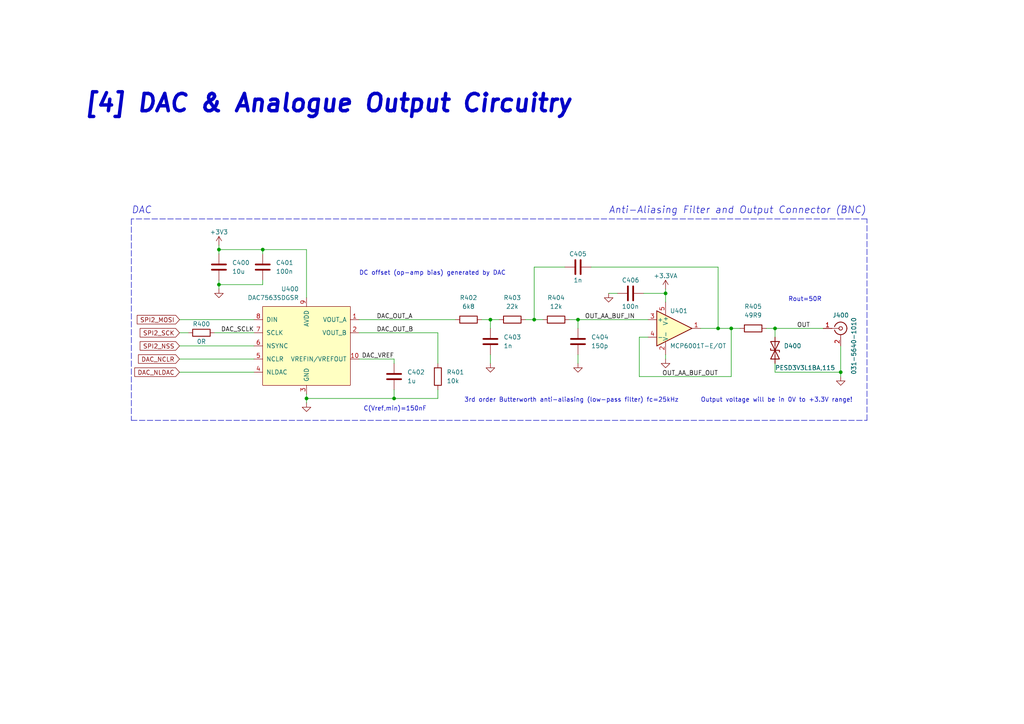
<source format=kicad_sch>
(kicad_sch (version 20230121) (generator eeschema)
  (paper "A4")
  (title_block (title "Proyecto Mixed Signal") (date "2025-01-13") (rev "1.0") (company "Felipe Santisteban") (comment 1 "Fedevel Hardware Course"))
  (lib_symbols
    (symbol "Amplifier_Operational:MCP6001-OT" (pin_names (offset 0.127))
      (property "Reference" "U" (at -1.27 6.35 0))
      (property "Value" "MCP6001-OT" (at -1.27 3.81 0))
      (symbol "MCP6001-OT_0_1"
        (polyline (pts (xy -5.08 5.08) (xy 5.08 0) (xy -5.08 -5.08) (xy -5.08 5.08)) (stroke (width 0.254)) (fill (type background)))
        (pin power_in line (at -2.54 -7.62 90) (length 3.81) (name "V-") (number "2"))
        (pin power_in line (at -2.54 7.62 270) (length 3.81) (name "V+") (number "5"))
      )
      (symbol "MCP6001-OT_1_1"
        (pin output line (at 7.62 0 180) (length 2.54) (name "~") (number "1"))
        (pin input line (at -7.62 2.54 0) (length 2.54) (name "+") (number "3"))
        (pin input line (at -7.62 -2.54 0) (length 2.54) (name "-") (number "4"))
      )
    )
    (symbol "Connector:Conn_Coaxial" (pin_names (offset 1.016) hide)
      (property "Reference" "J" (at 0.254 3.048 0))
      (property "Value" "Conn_Coaxial" (at 2.921 0 90))
      (symbol "Conn_Coaxial_0_1"
        (arc (start -1.778 -0.508) (mid 0.2311 -1.8066) (end 1.778 0) (stroke (width 0.254)))
        (polyline (pts (xy -2.54 0) (xy -0.508 0)))
        (polyline (pts (xy 0 -2.54) (xy 0 -1.778)))
        (circle (center 0 0) (radius 0.508) (stroke (width 0.2032)))
        (arc (start 1.778 0) (mid 0.2099 1.8101) (end -1.778 0.508) (stroke (width 0.254)))
      )
      (symbol "Conn_Coaxial_1_1"
        (pin passive line (at -5.08 0 0) (length 2.54) (name "In") (number "1"))
        (pin passive line (at 0 -5.08 90) (length 2.54) (name "Ext") (number "2"))
      )
    )
    (symbol "Device:C" (pin_numbers hide) (pin_names (offset 0.254))
      (property "Reference" "C" (at 0.635 2.54 0))
      (property "Value" "C" (at 0.635 -2.54 0))
      (symbol "C_0_1"
        (polyline (pts (xy -2.032 -0.762) (xy 2.032 -0.762)) (stroke (width 0.508)))
        (polyline (pts (xy -2.032 0.762) (xy 2.032 0.762)) (stroke (width 0.508)))
      )
      (symbol "C_1_1"
        (pin passive line (at 0 3.81 270) (length 2.794) (name "~") (number "1"))
        (pin passive line (at 0 -3.81 90) (length 2.794) (name "~") (number "2"))
      )
    )
    (symbol "Device:D_TVS" (pin_numbers hide) (pin_names (offset 1.016) hide)
      (property "Reference" "D" (at 0 2.54 0))
      (property "Value" "D_TVS" (at 0 -2.54 0))
      (symbol "D_TVS_0_1"
        (polyline (pts (xy 1.27 0) (xy -1.27 0)))
        (polyline (pts (xy 0.508 1.27) (xy 0 1.27) (xy 0 -1.27) (xy -0.508 -1.27)) (stroke (width 0.254)))
        (polyline (pts (xy -2.54 1.27) (xy -2.54 -1.27) (xy 2.54 1.27) (xy 2.54 -1.27) (xy -2.54 1.27)) (stroke (width 0.254)))
      )
      (symbol "D_TVS_1_1"
        (pin passive line (at -3.81 0 0) (length 2.54) (name "A1") (number "1"))
        (pin passive line (at 3.81 0 180) (length 2.54) (name "A2") (number "2"))
      )
    )
    (symbol "Device:R" (pin_numbers hide) (pin_names (offset 0))
      (property "Reference" "R" (at 2.032 0 90))
      (property "Value" "R" (at 0 0 90))
      (symbol "R_0_1"
        (rectangle (start -1.016 -2.54) (end 1.016 2.54) (stroke (width 0.254)))
      )
      (symbol "R_1_1"
        (pin passive line (at 0 3.81 270) (length 1.27) (name "~") (number "1"))
        (pin passive line (at 0 -3.81 90) (length 1.27) (name "~") (number "2"))
      )
    )
    (symbol "mis_simbolos:DAC7563SDGSR" (pin_names (offset 1.016))
      (property "Reference" "U400" (at -10.16 12.7 0))
      (property "Value" "DAC7563SDGSR" (at 10.16 -12.7 0))
      (symbol "DAC7563SDGSR_0_0"
        (pin output line (at -15.24 7.62 0) (length 2.54) (name "VOUT_A") (number "1"))
        (pin bidirectional line (at -15.24 -3.81 0) (length 2.54) (name "VREFIN/VREFOUT") (number "10"))
        (pin output line (at -15.24 3.81 0) (length 2.54) (name "VOUT_B") (number "2"))
        (pin power_in line (at 0 -13.97 90) (length 2.54) (name "GND") (number "3"))
        (pin input line (at 15.24 -7.62 180) (length 2.54) (name "NLDAC") (number "4"))
        (pin input line (at 15.24 -3.81 180) (length 2.54) (name "NCLR") (number "5"))
        (pin input line (at 15.24 0 180) (length 2.54) (name "NSYNC") (number "6"))
        (pin input line (at 15.24 3.81 180) (length 2.54) (name "SCLK") (number "7"))
        (pin input line (at 15.24 7.62 180) (length 2.54) (name "DIN") (number "8"))
        (pin power_in line (at 0 13.97 270) (length 2.54) (name "AVDD") (number "9"))
      )
      (symbol "DAC7563SDGSR_0_1"
        (rectangle (start -12.7 11.43) (end 12.7 -11.43) (fill (type background)))
      )
    )
    (symbol "power:+3.3VA" (power) (pin_names (offset 0))
      (property "Value" "+3.3VA" (at 0 3.556 0))
      (symbol "+3.3VA_0_1"
        (polyline (pts (xy -0.762 1.27) (xy 0 2.54)))
        (polyline (pts (xy 0 0) (xy 0 2.54)))
        (polyline (pts (xy 0 2.54) (xy 0.762 1.27)))
      )
      (symbol "+3.3VA_1_1"
        (pin power_in line (at 0 0 90) (length 0) hide (name "+3.3VA") (number "1"))
      )
    )
    (symbol "power:+3V3" (power) (pin_names (offset 0))
      (property "Value" "+3V3" (at 0 3.556 0))
      (symbol "+3V3_0_1"
        (polyline (pts (xy -0.762 1.27) (xy 0 2.54)))
        (polyline (pts (xy 0 0) (xy 0 2.54)))
        (polyline (pts (xy 0 2.54) (xy 0.762 1.27)))
      )
      (symbol "+3V3_1_1"
        (pin power_in line (at 0 0 90) (length 0) hide (name "+3V3") (number "1"))
      )
    )
    (symbol "power:GND" (power) (pin_names (offset 0))
      (property "Value" "GND" (at 0 -3.81 0))
      (symbol "GND_0_1"
        (polyline (pts (xy 0 0) (xy 0 -1.27) (xy 1.27 -1.27) (xy 0 -2.54) (xy -1.27 -1.27) (xy 0 -1.27)))
      )
      (symbol "GND_1_1"
        (pin power_in line (at 0 0 270) (length 0) hide (name "GND") (number "1"))
      )
    )
  )
  (junction (at 193.04 85.09))
  (junction (at 88.9 115.57))
  (junction (at 63.5 82.55))
  (junction (at 224.79 95.25))
  (junction (at 208.28 95.25))
  (junction (at 167.64 92.71))
  (junction (at 212.09 95.25))
  (junction (at 63.5 72.39))
  (junction (at 76.2 72.39))
  (junction (at 154.94 92.71))
  (junction (at 114.3 115.57))
  (junction (at 142.24 92.71))
  (junction (at 243.84 107.95))
  (wire (pts (xy 144.78 92.71) (xy 142.24 92.71)))
  (wire (pts (xy 187.96 97.79) (xy 185.42 97.79)))
  (wire (pts (xy 88.9 72.39) (xy 88.9 86.36)))
  (wire (pts (xy 142.24 95.25) (xy 142.24 92.71)))
  (wire (pts (xy 88.9 116.84) (xy 88.9 115.57)))
  (wire (pts (xy 114.3 115.57) (xy 114.3 113.03)))
  (wire (pts (xy 176.53 85.09) (xy 179.07 85.09)))
  (wire (pts (xy 185.42 97.79) (xy 185.42 109.22)))
  (wire (pts (xy 167.64 95.25) (xy 167.64 92.71)))
  (polyline (pts (xy 38.1 63.5) (xy 38.1 121.92)) (stroke (width 0) (type dash)))
  (wire (pts (xy 185.42 109.22) (xy 212.09 109.22)))
  (wire (pts (xy 187.96 92.71) (xy 167.64 92.71)))
  (wire (pts (xy 76.2 72.39) (xy 88.9 72.39)))
  (wire (pts (xy 88.9 115.57) (xy 88.9 114.3)))
  (wire (pts (xy 222.25 95.25) (xy 224.79 95.25)))
  (wire (pts (xy 167.64 102.87) (xy 167.64 105.41)))
  (wire (pts (xy 52.07 92.71) (xy 73.66 92.71)))
  (wire (pts (xy 193.04 85.09) (xy 193.04 83.82)))
  (wire (pts (xy 224.79 107.95) (xy 224.79 105.41)))
  (wire (pts (xy 63.5 82.55) (xy 63.5 81.28)))
  (wire (pts (xy 186.69 85.09) (xy 193.04 85.09)))
  (wire (pts (xy 142.24 102.87) (xy 142.24 105.41)))
  (wire (pts (xy 63.5 83.82) (xy 63.5 82.55)))
  (wire (pts (xy 132.08 92.71) (xy 104.14 92.71)))
  (wire (pts (xy 52.07 104.14) (xy 73.66 104.14)))
  (wire (pts (xy 73.66 96.52) (xy 62.23 96.52)))
  (wire (pts (xy 114.3 115.57) (xy 127 115.57)))
  (wire (pts (xy 63.5 72.39) (xy 63.5 73.66)))
  (wire (pts (xy 88.9 115.57) (xy 114.3 115.57)))
  (wire (pts (xy 52.07 100.33) (xy 73.66 100.33)))
  (wire (pts (xy 52.07 107.95) (xy 73.66 107.95)))
  (wire (pts (xy 167.64 92.71) (xy 165.1 92.71)))
  (wire (pts (xy 208.28 95.25) (xy 203.2 95.25)))
  (wire (pts (xy 224.79 107.95) (xy 243.84 107.95)))
  (polyline (pts (xy 38.1 121.92) (xy 251.46 121.92)) (stroke (width 0) (type dash)))
  (wire (pts (xy 212.09 95.25) (xy 208.28 95.25)))
  (wire (pts (xy 54.61 96.52) (xy 52.07 96.52)))
  (wire (pts (xy 154.94 77.47) (xy 163.83 77.47)))
  (wire (pts (xy 114.3 104.14) (xy 104.14 104.14)))
  (wire (pts (xy 154.94 92.71) (xy 154.94 77.47)))
  (wire (pts (xy 127 105.41) (xy 127 96.52)))
  (wire (pts (xy 214.63 95.25) (xy 212.09 95.25)))
  (wire (pts (xy 208.28 77.47) (xy 208.28 95.25)))
  (wire (pts (xy 127 96.52) (xy 104.14 96.52)))
  (wire (pts (xy 212.09 109.22) (xy 212.09 95.25)))
  (wire (pts (xy 171.45 77.47) (xy 208.28 77.47)))
  (polyline (pts (xy 251.46 121.92) (xy 251.46 63.5)) (stroke (width 0) (type dash)))
  (wire (pts (xy 114.3 105.41) (xy 114.3 104.14)))
  (wire (pts (xy 127 115.57) (xy 127 113.03)))
  (wire (pts (xy 63.5 82.55) (xy 76.2 82.55)))
  (wire (pts (xy 157.48 92.71) (xy 154.94 92.71)))
  (wire (pts (xy 193.04 85.09) (xy 193.04 87.63)))
  (polyline (pts (xy 251.46 63.5) (xy 38.1 63.5)) (stroke (width 0) (type dash)))
  (wire (pts (xy 193.04 104.14) (xy 193.04 102.87)))
  (wire (pts (xy 63.5 71.12) (xy 63.5 72.39)))
  (wire (pts (xy 63.5 72.39) (xy 76.2 72.39)))
  (wire (pts (xy 243.84 107.95) (xy 243.84 109.22)))
  (wire (pts (xy 224.79 95.25) (xy 238.76 95.25)))
  (wire (pts (xy 142.24 92.71) (xy 139.7 92.71)))
  (wire (pts (xy 224.79 97.79) (xy 224.79 95.25)))
  (wire (pts (xy 243.84 100.33) (xy 243.84 107.95)))
  (wire (pts (xy 154.94 92.71) (xy 152.4 92.71)))
  (wire (pts (xy 76.2 72.39) (xy 76.2 73.66)))
  (wire (pts (xy 76.2 82.55) (xy 76.2 81.28)))
  (text "[4] DAC & Analogue Output Circuitry" (at 24.13 33.02 0) (effects (font (size 5.0038 5.0038) (thickness 1.0008) bold italic) (justify left bottom)))
  (text "Anti-Aliasing Filter and Output Connector (BNC)" (at 176.53 62.23 0) (effects (font (size 2.0066 2.0066) italic) (justify left bottom)))
  (text "Rout=50R" (at 228.6 87.63 0) (effects (font (size 1.27 1.27)) (justify left bottom)))
  (text "Output voltage will be in 0V to +3.3V range!" (at 203.2 116.84 0) (effects (font (size 1.27 1.27)) (justify left bottom)))
  (text "DAC" (at 38.1 62.23 0) (effects (font (size 2.0066 2.0066) italic) (justify left bottom)))
  (text "C(Vref,min)=150nF" (at 105.41 119.38 0) (effects (font (size 1.27 1.27)) (justify left bottom)))
  (text "3rd order Butterworth anti-aliasing (low-pass filter) fc=25kHz" (at 134.62 116.84 0) (effects (font (size 1.27 1.27)) (justify left bottom)))
  (text "DC offset (op-amp bias) generated by DAC" (at 104.14 80.01 0) (effects (font (size 1.27 1.27)) (justify left bottom)))
  (label "DAC_OUT_A" (at 109.22 92.71 0))
  (label "DAC_OUT_B" (at 109.22 96.52 0))
  (label "OUT" (at 231.14 95.25 0))
  (label "DAC_VREF" (at 114.3 104.14 180))
  (label "OUT_AA_BUF_OUT" (at 208.28 109.22 180))
  (label "DAC_SCLK" (at 73.66 96.52 180))
  (label "OUT_AA_BUF_IN" (at 184.15 92.71 180))
  (global_label "DAC_NLDAC" (shape input) (at 52.07 107.95 180) (property "Intersheetrefs" "${INTERSHEET_REFS}" (effects hide)))
  (global_label "SPI2_SCK" (shape input) (at 52.07 96.52 180) (property "Intersheetrefs" "${INTERSHEET_REFS}" (effects hide)))
  (global_label "SPI2_MOSI" (shape input) (at 52.07 92.71 180) (property "Intersheetrefs" "${INTERSHEET_REFS}" (effects hide)))
  (global_label "DAC_NCLR" (shape input) (at 52.07 104.14 180) (property "Intersheetrefs" "${INTERSHEET_REFS}" (effects hide)))
  (global_label "SPI2_NSS" (shape input) (at 52.07 100.33 180) (property "Intersheetrefs" "${INTERSHEET_REFS}" (effects hide)))
  (symbol (lib_id "Device:R") (at 58.42 96.52 90) (mirror x) (unit 1)
    (property "Reference" "R400" (at 58.42 93.98 90))
    (property "Value" "0R" (at 58.42 99.06 90))
    (property "Footprint" "Resistor_SMD:R_0402_1005Metric" (effects hide))
  )
  (symbol (lib_id "power:+3V3") (at 63.5 71.12 0) (mirror y) (unit 1)
    (property "Reference" "#PWR060" (effects hide))
    (property "Value" "+3V3" (at 63.5 67.31 0))
  )
  (symbol (lib_id "power:GND") (at 88.9 116.84 0) (mirror y) (unit 1)
    (property "Reference" "#PWR068" (effects hide))
    (property "Value" "GND" (effects hide))
  )
  (symbol (lib_id "Device:C") (at 114.3 109.22 0) (unit 1)
    (property "Reference" "C402" (at 118.11 107.95 0) (effects (justify left)))
    (property "Value" "1u" (at 118.11 110.49 0) (effects (justify left)))
    (property "Footprint" "Capacitor_SMD:C_0603_1608Metric" (effects hide))
  )
  (symbol (lib_id "Device:C") (at 63.5 77.47 0) (unit 1)
    (property "Reference" "C400" (at 67.31 76.2 0) (effects (justify left)))
    (property "Value" "10u" (at 67.31 78.74 0) (effects (justify left)))
    (property "Footprint" "Capacitor_SMD:C_0603_1608Metric" (effects hide))
  )
  (symbol (lib_id "Device:C") (at 76.2 77.47 0) (unit 1)
    (property "Reference" "C401" (at 80.01 76.2 0) (effects (justify left)))
    (property "Value" "100n" (at 80.01 78.74 0) (effects (justify left)))
    (property "Footprint" "Capacitor_SMD:C_0402_1005Metric" (effects hide))
  )
  (symbol (lib_id "power:GND") (at 63.5 83.82 0) (mirror y) (unit 1)
    (property "Reference" "#PWR061" (effects hide))
    (property "Value" "GND" (effects hide))
  )
  (symbol (lib_id "Device:R") (at 127 109.22 0) (unit 1)
    (property "Reference" "R401" (at 129.54 107.95 0) (effects (justify left)))
    (property "Value" "10k" (at 129.54 110.49 0) (effects (justify left)))
    (property "Footprint" "Resistor_SMD:R_0402_1005Metric" (effects hide))
  )
  (symbol (lib_id "Amplifier_Operational:MCP6001-OT") (at 195.58 95.25 0) (unit 1)
    (property "Reference" "U401" (at 194.31 90.17 0) (effects (justify left)))
    (property "Value" "MCP6001T-E/OT" (at 194.31 100.33 0) (effects (justify left)))
    (property "Footprint" "Package_TO_SOT_SMD:SOT-23-5" (effects hide))
    (property "Datasheet" "http://ww1.microchip.com/downloads/en/DeviceDoc/21733j.pdf" (effects hide))
  )
  (symbol (lib_id "Device:C") (at 182.88 85.09 270) (unit 1)
    (property "Reference" "C406" (at 180.34 81.28 90) (effects (justify left)))
    (property "Value" "100n" (at 180.34 88.9 90) (effects (justify left)))
    (property "Footprint" "Capacitor_SMD:C_0402_1005Metric" (effects hide))
  )
  (symbol (lib_id "power:GND") (at 193.04 104.14 0) (unit 1)
    (property "Reference" "#PWR064" (effects hide))
    (property "Value" "GND" (effects hide))
  )
  (symbol (lib_id "power:GND") (at 176.53 85.09 0) (unit 1)
    (property "Reference" "#PWR063" (effects hide))
    (property "Value" "GND" (effects hide))
  )
  (symbol (lib_id "Device:R") (at 135.89 92.71 270) (unit 1)
    (property "Reference" "R402" (at 135.89 86.36 90))
    (property "Value" "6k8" (at 135.89 88.9 90))
    (property "Footprint" "Resistor_SMD:R_0402_1005Metric" (effects hide))
  )
  (symbol (lib_id "Device:C") (at 142.24 99.06 0) (unit 1)
    (property "Reference" "C403" (at 146.05 97.79 0) (effects (justify left)))
    (property "Value" "1n" (at 146.05 100.33 0) (effects (justify left)))
    (property "Footprint" "Capacitor_SMD:C_0402_1005Metric" (effects hide))
  )
  (symbol (lib_id "Device:R") (at 148.59 92.71 270) (unit 1)
    (property "Reference" "R403" (at 148.59 86.36 90))
    (property "Value" "22k" (at 148.59 88.9 90))
    (property "Footprint" "Resistor_SMD:R_0402_1005Metric" (effects hide))
  )
  (symbol (lib_id "power:GND") (at 142.24 105.41 0) (unit 1)
    (property "Reference" "#PWR065" (effects hide))
    (property "Value" "GND" (effects hide))
  )
  (symbol (lib_id "Device:R") (at 161.29 92.71 270) (unit 1)
    (property "Reference" "R404" (at 161.29 86.36 90))
    (property "Value" "12k" (at 161.29 88.9 90))
    (property "Footprint" "Resistor_SMD:R_0402_1005Metric" (effects hide))
  )
  (symbol (lib_id "Device:C") (at 167.64 99.06 0) (unit 1)
    (property "Reference" "C404" (at 171.45 97.79 0) (effects (justify left)))
    (property "Value" "150p" (at 171.45 100.33 0) (effects (justify left)))
    (property "Footprint" "Capacitor_SMD:C_0402_1005Metric" (effects hide))
  )
  (symbol (lib_id "Device:R") (at 218.44 95.25 270) (unit 1)
    (property "Reference" "R405" (at 218.44 88.9 90))
    (property "Value" "49R9" (at 218.44 91.44 90))
    (property "Footprint" "Resistor_SMD:R_0402_1005Metric" (effects hide))
  )
  (symbol (lib_id "power:GND") (at 167.64 105.41 0) (unit 1)
    (property "Reference" "#PWR066" (effects hide))
    (property "Value" "GND" (effects hide))
  )
  (symbol (lib_id "power:+3.3VA") (at 193.04 83.82 0) (unit 1)
    (property "Reference" "#PWR062" (effects hide))
    (property "Value" "+3.3VA" (at 193.04 80.01 0))
  )
  (symbol (lib_id "Device:D_TVS") (at 224.79 101.6 270) (unit 1)
    (property "Reference" "D400" (at 227.33 100.33 90) (effects (justify left)))
    (property "Value" "PESD3V3L1BA,115" (at 224.79 106.68 90) (effects (justify left)))
    (property "Footprint" "Diode_SMD:D_SOD-323" (effects hide))
  )
  (symbol (lib_id "Connector:Conn_Coaxial") (at 243.84 95.25 0) (unit 1)
    (property "Reference" "J400" (at 243.84 91.44 0))
    (property "Value" "031-5640-1010" (at 247.65 100.33 90))
    (property "Footprint" "mis footprints:AMPHENOL-BNC-031-5640-1010" (effects hide))
    (property "Datasheet" " ~" (effects hide))
  )
  (symbol (lib_id "power:GND") (at 243.84 109.22 0) (unit 1)
    (property "Reference" "#PWR067" (effects hide))
    (property "Value" "GND" (effects hide))
  )
  (symbol (lib_id "Device:C") (at 167.64 77.47 90) (unit 1)
    (property "Reference" "C405" (at 170.18 73.66 90) (effects (justify left)))
    (property "Value" "1n" (at 168.91 81.28 90) (effects (justify left)))
    (property "Footprint" "Capacitor_SMD:C_0402_1005Metric" (effects hide))
  )
  (symbol (lib_id "mis_simbolos:DAC7563SDGSR") (at 88.9 100.33 0) (mirror y) (unit 1)
    (property "Reference" "U400" (at 86.7059 83.82 0) (effects (justify left)))
    (property "Value" "DAC7563SDGSR" (at 86.7059 86.36 0) (effects (justify left)))
    (property "Footprint" "mis footprints:VSSOP-10" (effects hide))
  )
)
</source>
